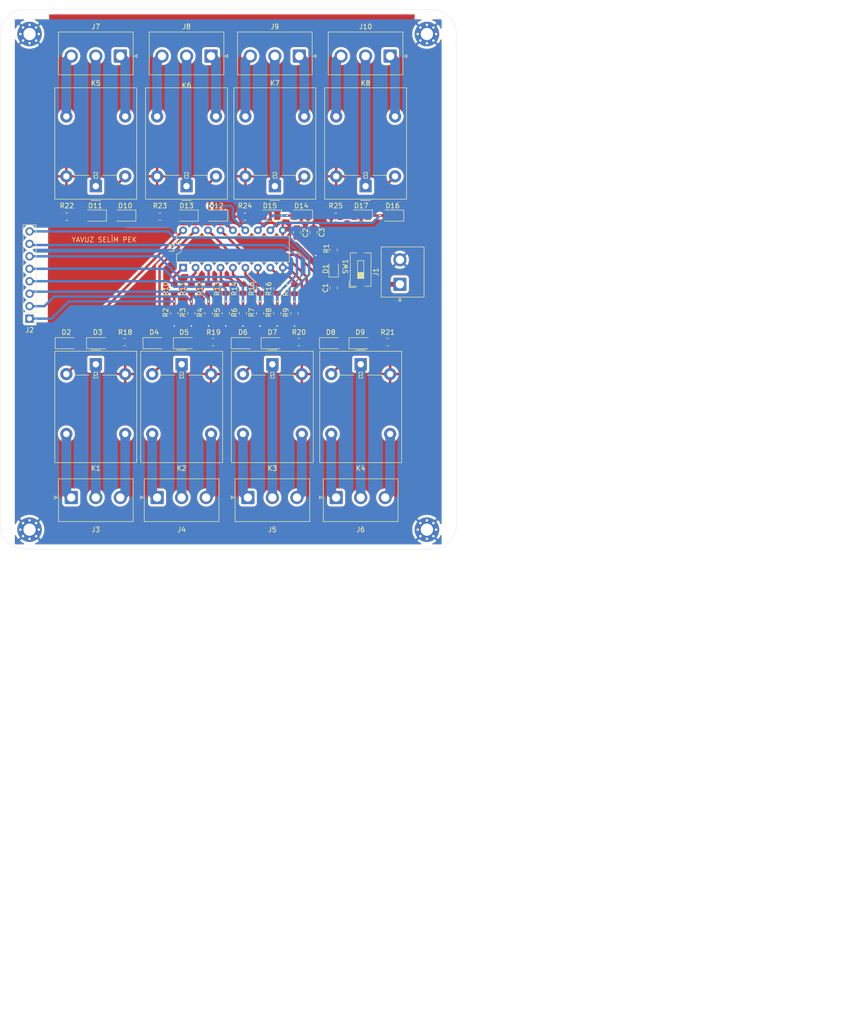
<source format=kicad_pcb>
(kicad_pcb (version 20240108) (generator "pcbnew") (generator_version "8.0")
  (title_block (title "YAVUZ SELİM PEK"))
  (layers (0 "F.Cu" signal) (31 "B.Cu" signal) (34 "B.Paste" user) (35 "F.Paste" user) (36 "B.SilkS" user "B.Silkscreen") (37 "F.SilkS" user "F.Silkscreen") (38 "B.Mask" user) (39 "F.Mask" user) (44 "Edge.Cuts" user))
  (net 0 "")
  (net 1 "GND")
  (net 2 "VCC")
  (net 3 "Net-(D1-A)")
  (net 4 "/O1")
  (net 5 "Net-(D3-A)")
  (net 6 "/O2")
  (net 7 "Net-(D5-A)")
  (net 8 "/O3")
  (net 9 "Net-(D7-A)")
  (net 10 "/O4")
  (net 11 "Net-(D9-A)")
  (net 12 "/O5")
  (net 13 "Net-(D11-A)")
  (net 14 "/O6")
  (net 15 "Net-(D13-A)")
  (net 16 "/O7")
  (net 17 "Net-(D15-A)")
  (net 18 "/O8")
  (net 19 "Net-(D17-A)")
  (net 20 "Net-(J1-Pin_1)")
  (net 21 "Net-(J2-Pin_3)")
  (net 22 "Net-(J2-Pin_7)")
  (net 23 "Net-(J2-Pin_8)")
  (net 24 "Net-(J2-Pin_4)")
  (net 25 "Net-(J2-Pin_5)")
  (net 26 "Net-(J2-Pin_6)")
  (net 27 "Net-(J2-Pin_2)")
  (net 28 "Net-(J2-Pin_1)")
  (net 29 "Net-(J3-Pin_2)")
  (net 30 "Net-(J3-Pin_1)")
  (net 31 "Net-(J3-Pin_3)")
  (net 32 "Net-(J4-Pin_1)")
  (net 33 "Net-(J4-Pin_2)")
  (net 34 "Net-(J4-Pin_3)")
  (net 35 "Net-(J5-Pin_2)")
  (net 36 "Net-(J5-Pin_3)")
  (net 37 "Net-(J5-Pin_1)")
  (net 38 "Net-(J6-Pin_3)")
  (net 39 "Net-(J6-Pin_1)")
  (net 40 "Net-(J6-Pin_2)")
  (net 41 "Net-(J7-Pin_1)")
  (net 42 "Net-(J7-Pin_2)")
  (net 43 "Net-(J7-Pin_3)")
  (net 44 "Net-(J8-Pin_3)")
  (net 45 "Net-(J8-Pin_2)")
  (net 46 "Net-(J8-Pin_1)")
  (net 47 "Net-(J9-Pin_1)")
  (net 48 "Net-(J9-Pin_2)")
  (net 49 "Net-(J9-Pin_3)")
  (net 50 "Net-(J10-Pin_2)")
  (net 51 "Net-(J10-Pin_3)")
  (net 52 "Net-(J10-Pin_1)")
  (net 53 "Net-(U1-I1)")
  (net 54 "Net-(U1-I2)")
  (net 55 "Net-(U1-I3)")
  (net 56 "Net-(U1-I4)")
  (net 57 "Net-(U1-I5)")
  (net 58 "Net-(U1-I6)")
  (net 59 "Net-(U1-I7)")
  (net 60 "Net-(U1-I8)")
  (footprint "Relay_THT:Relay_SPDT_Omron-G5LE-1" (layer "F.Cu") (at 146.5 111.3)
    (property "Reference" "K3")
    (property "Value" "G5LE-1")
  )
  (footprint "Resistor_SMD:R_0805_2012Metric" (layer "F.Cu") (at 137 95.9125 90)
    (property "Reference" "R13")
    (property "Value" "10k")
  )
  (footprint "Resistor_SMD:R_0805_2012Metric" (layer "F.Cu") (at 133.5 100.9125 -90)
    (property "Reference" "R4")
    (property "Value" "10k")
  )
  (footprint "Connector_JST:JST_NV_B02P-NV_1x02_P5.00mm_Vertical" (layer "F.Cu") (at 172.5 95 90)
    (property "Reference" "J1")
    (property "Value" "POWER")
  )
  (footprint "Diode_SMD:D_1206_3216Metric" (layer "F.Cu") (at 116.4 81 180)
    (property "Reference" "D10")
    (property "Value" "D_Small")
  )
  (footprint "Resistor_SMD:R_0805_2012Metric" (layer "F.Cu") (at 140.5 95.9125 90)
    (property "Reference" "R14")
    (property "Value" "10k")
  )
  (footprint "Resistor_SMD:R_0805_2012Metric" (layer "F.Cu") (at 144 100.9125 -90)
    (property "Reference" "R7")
    (property "Value" "10k")
  )
  (footprint "Capacitor_SMD:C_0805_2012Metric" (layer "F.Cu") (at 154.9 84.45 -90)
    (property "Reference" "C3")
    (property "Value" "100nF")
  )
  (footprint "Connector_JST:JST_NV_B03P-NV_1x03_P5.00mm_Vertical" (layer "F.Cu") (at 152 48.5 180)
    (property "Reference" "J9")
    (property "Value" "NC CO NO")
  )
  (footprint "Connector_JST:JST_NV_B03P-NV_1x03_P5.00mm_Vertical" (layer "F.Cu") (at 115.5 48.5 180)
    (property "Reference" "J7")
    (property "Value" "NC CO NO")
  )
  (footprint "Diode_SMD:D_1206_3216Metric" (layer "F.Cu") (at 158.4 107)
    (property "Reference" "D8")
    (property "Value" "D_Small")
  )
  (footprint "Resistor_SMD:R_0805_2012Metric" (layer "F.Cu") (at 140.9125 81.22)
    (property "Reference" "R24")
    (property "Value" "680")
  )
  (footprint "Capacitor_SMD:C_0805_2012Metric" (layer "F.Cu") (at 159 95.7375 90)
    (property "Reference" "C1")
    (property "Value" "100nF")
  )
  (footprint "Relay_THT:Relay_SPDT_Omron-G5LE-1" (layer "F.Cu") (at 110.5 111.3)
    (property "Reference" "K1")
    (property "Value" "G5LE-1")
  )
  (footprint "Relay_THT:Relay_SPDT_Omron-G5LE-1" (layer "F.Cu") (at 164.5 111.3)
    (property "Reference" "K4")
    (property "Value" "G5LE-1")
  )
  (footprint "Relay_THT:Relay_SPDT_Omron-G5LE-1" (layer "F.Cu") (at 110.5 75 180)
    (property "Reference" "K5")
    (property "Value" "G5LE-1")
  )
  (footprint "LED_SMD:LED_0805_2012Metric" (layer "F.Cu") (at 159 91.85 90)
    (property "Reference" "D1")
    (property "Value" "LED")
  )
  (footprint "Diode_SMD:D_1206_3216Metric" (layer "F.Cu") (at 140.4 107)
    (property "Reference" "D6")
    (property "Value" "D_Small")
  )
  (footprint "Resistor_SMD:R_0805_2012Metric" (layer "F.Cu") (at 170 106.78 180)
    (property "Reference" "R21")
    (property "Value" "680")
  )
  (footprint "Button_Switch_SMD:SW_DIP_SPSTx01_Slide_6.7x4.1mm_W6.73mm_P2.54mm_LowProfile_JPin" (layer "F.Cu") (at 164.5 92 90)
    (property "Reference" "SW1")
    (property "Value" "SW_SPST")
  )
  (footprint "Resistor_SMD:R_0805_2012Metric" (layer "F.Cu") (at 140.5 100.9125 -90)
    (property "Reference" "R6")
    (property "Value" "10k")
  )
  (footprint "Resistor_SMD:R_0805_2012Metric" (layer "F.Cu") (at 144 95.9125 90)
    (property "Reference" "R15")
    (property "Value" "10k")
  )
  (footprint "Relay_THT:Relay_SPDT_Omron-G5LE-1" (layer "F.Cu") (at 128 111.3)
    (property "Reference" "K2")
    (property "Value" "G5LE-1")
  )
  (footprint "Connector_JST:JST_NV_B03P-NV_1x03_P5.00mm_Vertical" (layer "F.Cu") (at 134 48.5 180)
    (property "Reference" "J8")
    (property "Value" "NC CO NO")
  )
  (footprint "LED_SMD:LED_1206_3216Metric" (layer "F.Cu") (at 129.1 81 180)
    (property "Reference" "D13")
    (property "Value" "LED")
  )
  (footprint "Capacitor_SMD:C_0805_2012Metric" (layer "F.Cu") (at 151.5 84.45 -90)
    (property "Reference" "C2")
    (property "Value" "100nF")
  )
  (footprint "MountingHole:MountingHole_2.5mm_Pad_Via" (layer "F.Cu") (at 178 145 90)
    (property "Reference" "H2" (hide yes))
    (property "Value" "MountingHole_Pad")
  )
  (footprint "Resistor_SMD:R_0805_2012Metric" (layer "F.Cu") (at 126.5 100.9125 -90)
    (property "Reference" "R2")
    (property "Value" "10k")
  )
  (footprint "MountingHole:MountingHole_2.5mm_Pad_Via" (layer "F.Cu") (at 178 44 90)
    (property "Reference" "H4" (hide yes))
    (property "Value" "MountingHole_Pad")
  )
  (footprint "Resistor_SMD:R_0805_2012Metric" (layer "F.Cu") (at 137 100.9125 -90)
    (property "Reference" "R5")
    (property "Value" "10k")
  )
  (footprint "Package_DIP:DIP-18_W7.62mm" (layer "F.Cu") (at 128.3 91.62 90)
    (property "Reference" "U1")
    (property "Value" "ULN2803A")
  )
  (footprint "Resistor_SMD:R_0805_2012Metric" (layer "F.Cu") (at 134.4125 106.78 180)
    (property "Reference" "R19")
    (property "Value" "680")
  )
  (footprint "LED_SMD:LED_1206_3216Metric" (layer "F.Cu") (at 110.4 81 180)
    (property "Reference" "D11")
    (property "Value" "LED")
  )
  (footprint "Connector_JST:JST_NV_B03P-NV_1x03_P5.00mm_Vertical" (layer "F.Cu") (at 170.5 48.5 180)
    (property "Reference" "J10")
    (property "Value" "NC CO NO")
  )
  (footprint "Resistor_SMD:R_0805_2012Metric" (layer "F.Cu") (at 130 100.9125 -90)
    (property "Reference" "R3")
    (property "Value" "10k")
  )
  (footprint "MountingHole:MountingHole_2.5mm_Pad_Via" (layer "F.Cu") (at 97 145 90)
    (property "Reference" "H1" (hide yes))
    (property "Value" "MountingHole_Pad")
  )
  (footprint "LED_SMD:LED_1206_3216Metric" (layer "F.Cu") (at 164.6 81 180)
    (property "Reference" "D17")
    (property "Value" "LED")
  )
  (footprint "Connector_JST:JST_NV_B03P-NV_1x03_P5.00mm_Vertical" (layer "F.Cu") (at 141.5 138.45)
    (property "Reference" "J5")
    (property "Value" "NC CO NO")
  )
  (footprint "Resistor_SMD:R_0805_2012Metric" (layer "F.Cu") (at 126.5 95.9125 90)
    (property "Reference" "R10")
    (property "Value" "10k")
  )
  (footprint "Diode_SMD:D_1206_3216Metric" (layer "F.Cu") (at 171 81 180)
    (property "Reference" "D16")
    (property "Value" "D_Small")
  )
  (footprint "Resistor_SMD:R_0805_2012Metric" (layer "F.Cu") (at 147.5 95.9125 90)
    (property "Reference" "R16")
    (property "Value" "10k")
  )
  (footprint "Diode_SMD:D_1206_3216Metric" (layer "F.Cu") (at 152.4 81 180)
    (property "Reference" "D14")
    (property "Value" "D_Small")
  )
  (footprint "Connector_JST:JST_NV_B03P-NV_1x03_P5.00mm_Vertical" (layer "F.Cu") (at 105.5 138.45)
    (property "Reference" "J3")
    (property "Value" "NC CO NO")
  )
  (footprint "Diode_SMD:D_1206_3216Metric" (layer "F.Cu") (at 104.5 107)
    (property "Reference" "D2")
    (property "Value" "D_Small")
  )
  (footprint "MountingHole:MountingHole_2.5mm_Pad_Via" (layer "F.Cu") (at 97 44 90)
    (property "Reference" "H3" (hide yes))
    (property "Value" "MountingHole_Pad")
  )
  (footprint "Resistor_SMD:R_0805_2012Metric" (layer "F.Cu") (at 104.5875 81.22)
    (property "Reference" "R22")
    (property "Value" "680")
  )
  (footprint "LED_SMD:LED_1206_3216Metric" (layer "F.Cu") (at 146.5 107)
    (property "Reference" "D7")
    (property "Value" "LED")
  )
  (footprint "LED_SMD:LED_1206_3216Metric" (layer "F.Cu") (at 146.1 81 180)
    (property "Reference" "D15")
    (property "Value" "LED")
  )
  (footprint "Resistor_SMD:R_0805_2012Metric" (layer "F.Cu") (at 130 95.9125 90)
    (property "Reference" "R11")
    (property "Value" "10k")
  )
  (footprint "Relay_THT:Relay_SPDT_Omron-G5LE-1" (layer "F.Cu") (at 147 75 180)
    (property "Reference" "K7")
    (property "Value" "G5LE-1")
  )
  (footprint "Resistor_SMD:R_0805_2012Metric" (layer "F.Cu") (at 159.4125 81.22)
    (property "Reference" "R25")
    (property "Value" "680")
  )
  (footprint "Relay_THT:Relay_SPDT_Omron-G5LE-1" (layer "F.Cu") (at 129 75 180)
    (property "Reference" "K6")
    (property "Value" "G5LE-1")
  )
  (footprint "LED_SMD:LED_1206_3216Metric" (layer "F.Cu") (at 110.9 107)
    (property "Reference" "D3")
    (property "Value" "LED")
  )
  (footprint "LED_SMD:LED_1206_3216Metric" (layer "F.Cu") (at 128.6 107)
    (property "Reference" "D5")
    (property "Value" "LED")
  )
  (footprint "Resistor_SMD:R_0805_2012Metric" (layer "F.Cu") (at 133.5 95.9125 90)
    (property "Reference" "R12")
    (property "Value" "10k")
  )
  (footprint "Resistor_SMD:R_0805_2012Metric" (layer "F.Cu") (at 151 96 90)
    (property "Reference" "R17")
    (property "Value" "10k")
  )
  (footprint "Resistor_SMD:R_0805_2012Metric" (layer "F.Cu") (at 123.5875 81.22)
    (property "Reference" "R23")
    (property "Value" "680")
  )
  (footprint "Resistor_SMD:R_0805_2012Metric" (layer "F.Cu") (at 116.4125 106.78 180)
    (property "Reference" "R18")
    (property "Value" "680")
  )
  (footprint "Relay_THT:Relay_SPDT_Omron-G5LE-1" (layer "F.Cu") (at 165.5 75 180)
    (property "Reference" "K8")
    (property "Value" "G5LE-1")
  )
  (footprint "Diode_SMD:D_1206_3216Metric" (layer "F.Cu") (at 122.4 107)
    (property "Reference" "D4")
    (property "Value" "D_Small")
  )
  (footprint "Connector_JST:JST_NV_B03P-NV_1x03_P5.00mm_Vertical" (layer "F.Cu") (at 123 138.45)
    (property "Reference" "J4")
    (property "Value" "NC CO NO")
  )
  (footprint "Resistor_SMD:R_0805_2012Metric" (layer "F.Cu") (at 147.5 100.9125 -90)
    (property "Reference" "R8")
    (property "Value" "10k")
  )
  (footprint "Connector_JST:JST_NV_B03P-NV_1x03_P5.00mm_Vertical" (layer "F.Cu") (at 159.5 138.45)
    (property "Reference" "J6")
    (property "Value" "NC CO NO")
  )
  (footprint "Diode_SMD:D_1206_3216Metric" (layer "F.Cu") (at 135.1 81 180)
    (property "Reference" "D12")
    (property "Value" "D_Small")
  )
  (footprint "Resistor_SMD:R_0805_2012Metric" (layer "F.Cu") (at 151.9125 106.78 180)
    (property "Reference" "R20")
    (property "Value" "680")
  )
  (footprint "Connector_PinHeader_2.54mm:PinHeader_1x08_P2.54mm_Vertical" (layer "F.Cu") (at 97 102 180)
    (property "Reference" "J2")
    (property "Value" "INPUTS")
  )
  (footprint "Resistor_SMD:R_0805_2012Metric" (layer "F.Cu") (at 151 100.9125 -90)
    (property "Reference" "R9")
    (property "Value" "10k")
  )
  (footprint "Resistor_SMD:R_0805_2012Metric" (layer "F.Cu") (at 159 88 -90)
    (property "Reference" "R1")
    (property "Value" "680")
  )
  (footprint "LED_SMD:LED_1206_3216Metric" (layer "F.Cu") (at 164.4 107)
    (property "Reference" "D9")
    (property "Value" "LED")
  )
  (gr_line (start 96 39) (end 179 39) (stroke (width 0.05)) (layer "Edge.Cuts"))
  (gr_arc (start 91 44) (mid 92.464466 40.464466) (end 96 39) (stroke (width 0.05)) (layer "Edge.Cuts"))
  (gr_line (start 184 44) (end 184 144) (stroke (width 0.05)) (layer "Edge.Cuts"))
  (gr_line (start 91 144) (end 91 44) (stroke (width 0.05)) (layer "Edge.Cuts"))
  (gr_arc (start 179 39) (mid 182.535534 40.464466) (end 184 44) (stroke (width 0.05)) (layer "Edge.Cuts"))
  (gr_line (start 179 149) (end 96 149) (stroke (width 0.05)) (layer "Edge.Cuts"))
  (gr_arc (start 96 149) (mid 92.464466 147.535534) (end 91 144) (stroke (width 0.05)) (layer "Edge.Cuts"))
  (gr_arc (start 184 144) (mid 182.535534 147.535534) (end 179 149) (stroke (width 0.05)) (layer "Edge.Cuts"))
  (gr_text "YAVUZ SELİM PEK" (at 105.5 86.5 0) (layer "F.SilkS") (effects (font (size 1 1) (thickness 0.125)) (justify left bottom)))
  (segment (start 126.5 101.825) (end 126.5 103.5) (width 0.5) (layer "F.Cu") (net 1))
  (segment (start 148.62 91.62) (end 149.75137 91.62) (width 0.5) (layer "F.Cu") (net 1))
  (segment (start 151 101.825) (end 151 103.5) (width 0.5) (layer "F.Cu") (net 1))
  (segment (start 152.5 103) (end 152 103.5) (width 0.5) (layer "F.Cu") (net 1))
  (segment (start 137 101.825) (end 137 103.5) (width 0.5) (layer "F.Cu") (net 1))
  (segment (start 130 101.825) (end 130 103.5) (width 0.5) (layer "F.Cu") (net 1))
  (segment (start 140.5 101.825) (end 140.5 103.5) (width 0.5) (layer "F.Cu") (net 1))
  (segment (start 159 92.7875) (end 155.35625 89.14375) (width 0.5) (layer "F.Cu") (net 1))
  (segment (start 133.5 101.825) (end 133.5 103.5) (width 0.5) (layer "F.Cu") (net 1))
  (segment (start 151.6125 85.4) (end 151.5 85.4) (width 0.5) (layer "F.Cu") (net 1))
  (segment (start 159 94.7875) (end 159 92.7875) (width 0.5) (layer "F.Cu") (net 1))
  (segment (start 152.5 94.36863) (end 152.5 103) (width 0.5) (layer "F.Cu") (net 1))
  (segment (start 147.5 101.825) (end 147.5 103.5) (width 0.5) (layer "F.Cu") (net 1))
  (segment (start 152 103.5) (end 151 103.5) (width 0.5) (layer "F.Cu") (net 1))
  (segment (start 155.35625 89.14375) (end 151.6125 85.4) (width 0.5) (layer "F.Cu") (net 1))
  (segment (start 155.5 89) (end 155.35625 89.14375) (width 0.5) (layer "F.Cu") (net 1))
  (segment (start 149.75137 91.62) (end 152.5 94.36863) (width 0.5) (layer "F.Cu") (net 1))
  (segment (start 154.9 85.4) (end 155.5 86) (width 0.5) (layer "F.Cu") (net 1))
  (segment (start 155.5 86) (end 155.5 89) (width 0.5) (layer "F.Cu") (net 1))
  (segment (start 144 101.825) (end 144 103.5) (width 0.5) (layer "F.Cu") (net 1))
  (via (at 130 103.5) (size 0.6) (drill 0.3) (layers "F.Cu" "B.Cu") (net 1))
  (via (at 151 103.5) (size 0.6) (drill 0.3) (layers "F.Cu" "B.Cu") (net 1))
  (via (at 155.35625 89.14375) (size 0.6) (drill 0.3) (layers "F.Cu" "B.Cu") (net 1))
  (via (at 147.5 103.5) (size 0.6) (drill 0.3) (layers "F.Cu" "B.Cu") (net 1))
  (via (at 140.5 103.5) (size 0.6) (drill 0.3) (layers "F.Cu" "B.Cu") (net 1))
  (via (at 133.5 103.5) (size 0.6) (drill 0.3) (layers "F.Cu" "B.Cu") (net 1))
  (via (at 137 103.5) (size 0.6) (drill 0.3) (layers "F.Cu" "B.Cu") (net 1))
  (via (at 144 103.5) (size 0.6) (drill 0.3) (layers "F.Cu" "B.Cu") (net 1))
  (via (at 126.5 103.5) (size 0.6) (drill 0.3) (layers "F.Cu" "B.Cu") (net 1))
  (segment (start 151.5 83.5) (end 149.12 83.5) (width 0.5) (layer "F.Cu") (net 2))
  (segment (start 104.5 73) (end 104.5 73.5) (width 0.2) (layer "F.Cu") (net 2))
  (segment (start 151.5 83.5) (end 154.9 83.5) (width 0.5) (layer "F.Cu") (net 2))
  (segment (start 170.5 109.5) (end 170.9125 109.0875) (width 0.5) (layer "F.Cu") (net 2))
  (segment (start 170.9125 109.0875) (end 170.9125 106.78) (width 0.5) (layer "F.Cu") (net 2))
  (segment (start 170.5 113.3) (end 170.5 109.5) (width 0.5) (layer "F.Cu") (net 2))
  (segment (start 149.12 83.5) (end 148.62 84) (width 0.5) (layer "F.Cu") (net 2))
  (segment (start 159 90.9125) (end 159 88.9125) (width 0.5) (layer "F.Cu") (net 3))
  (segment (start 105.9 111.9) (end 104.5 113.3) (width 0.5) (layer "F.Cu") (net 4))
  (segment (start 105.9 107) (end 105.9 111.9) (width 0.5) (layer "F.Cu") (net 4))
  (segment (start 105.9 107) (end 109.5 107) (width 0.5) (layer "F.Cu") (net 4))
  (segment (start 109.5 102.8) (end 109.5 107) (width 0.5) (layer "F.Cu") (net 4))
  (segment (start 128.3 84) (end 109.5 102.8) (width 0.5) (layer "F.Cu") (net 4))
  (segment (start 112.3 107) (end 115.28 107) (width 0.5) (layer "F.Cu") (net 5))
  (segment (start 115.28 107) (end 115.5 106.78) (width 0.5) (layer "F.Cu") (net 5))
  (segment (start 123.8 107) (end 127.2 107) (width 0.5) (layer "F.Cu") (net 6))
  (segment (start 130.84 84) (end 123.5 91.34) (width 0.5) (layer "F.Cu") (net 6))
  (segment (start 123.5 91.34) (end 123.5 106.7) (width 0.5) (layer "F.Cu") (net 6))
  (segment (start 123.8 111.5) (end 122 113.3) (width 0.5) (layer "F.Cu") (net 6))
  (segment (start 123.5 106.7) (end 123.8 107) (width 0.5) (layer "F.Cu") (net 6))
  (segment (start 123.8 107) (end 123.8 111.5) (width 0.5) (layer "F.Cu") (net 6))
  (segment (start 130 107) (end 133.28 107) (width 0.5) (layer "F.Cu") (net 7))
  (segment (start 133.28 107) (end 133.5 106.78) (width 0.5) (layer "F.Cu") (net 7))
  (segment (start 153.5 93.5) (end 153.5 104.5) (width 0.5) (layer "F.Cu") (net 8))
  (segment (start 153 105) (end 146 105) (width 0.5) (layer "F.Cu") (net 8))
  (segment (start 150 90) (end 153.5 93.5) (width 0.5) (layer "F.Cu") (net 8))
  (segment (start 141.8 112) (end 140.5 113.3) (width 0.5) (layer "F.Cu") (net 8))
  (segment (start 145.1 105.9) (end 145.1 107) (width 0.5) (layer "F.Cu") (net 8))
  (segment (start 133.38 84) (end 139.38 90) (width 0.5) (layer "F.Cu") (net 8))
  (segment (start 146 105) (end 145.1 105.9) (width 0.5) (layer "F.Cu") (net 8))
  (segment (start 141.8 107) (end 141.8 112) (width 0.5) (layer "F.Cu") (net 8))
  (segment (start 153.5 104.5) (end 153 105) (width 0.5) (layer "F.Cu") (net 8))
  (segment (start 139.38 90) (end 150 90) (width 0.5) (layer "F.Cu") (net 8))
  (segment (start 141.8 107) (end 145.1 107) (width 0.5) (layer "F.Cu") (net 8))
  (segment (start 150.78 107) (end 151 106.78) (width 0.5) (layer "F.Cu") (net 9))
  (segment (start 147.9 107) (end 150.78 107) (width 0.5) (layer "F.Cu") (net 9))
  (segment (start 155 100) (end 159.8 104.8) (width 0.5) (layer "F.Cu") (net 10))
  (segment (start 159.8 107) (end 163 107) (width 0.5) (layer "F.Cu") (net 10))
  (segment (start 140.92 89) (end 151.5 89) (width 0.5) (layer "F.Cu") (net 10))
  (segment (start 155 92.5) (end 155 100) (width 0.5) (layer "F.Cu") (net 10))
  (segment (start 151.5 89) (end 155 92.5) (width 0.5) (layer "F.Cu") (net 10))
  (segment (start 159.8 112) (end 158.5 113.3) (width 0.5) (layer "F.Cu") (net 10))
  (segment (start 159.8 107) (end 159.8 112) (width 0.5) (layer "F.Cu") (net 10))
  (segment (start 159.8 104.8) (end 159.8 107) (width 0.5) (layer "F.Cu") (net 10))
  (segment (start 135.92 84) (end 140.92 89) (width 0.5) (layer "F.Cu") (net 10))
  (segment (start 168.8675 107) (end 169.0875 106.78) (width 0.5) (layer "F.Cu") (net 11))
  (segment (start 165.8 107) (end 168.8675 107) (width 0.5) (layer "F.Cu") (net 11))
  (segment (start 115 74.5) (end 116.5 73) (width 0.5) (layer "F.Cu") (net 12))
  (segment (start 115 81) (end 115 74.5) (width 0.5) (layer "F.Cu") (net 12))
  (segment (start 116.75 82.75) (end 115 81) (width 0.5) (layer "F.Cu") (net 12))
  (segment (start 137.21 82.75) (end 116.75 82.75) (width 0.5) (layer "F.Cu") (net 12))
  (segment (start 111.8 81) (end 115 81) (width 0.5) (layer "F.Cu") (net 12))
  (segment (start 117 73) (end 116.5 73) (width 0.5) (layer "F.Cu") (net 12))
  (segment (start 138.46 84) (end 137.21 82.75) (width 0.5) (layer "F.Cu") (net 12))
  (segment (start 108.78 81.22) (end 109 81) (width 0.5) (layer "F.Cu") (net 13))
  (segment (start 105.5 81.22) (end 108.78 81.22) (width 0.5) (layer "F.Cu") (net 13))
  (segment (start 133.7 74.3) (end 135 73) (width 0.5) (layer "F.Cu") (net 14))
  (segment (start 133.7 79) (end 133.7 74.3) (width 0.5) (layer "F.Cu") (net 14))
  (segment (start 130.5 81) (end 133.7 81) (width 0.5) (layer "F.Cu") (net 14))
  (segment (start 133.7 81) (end 133.7 79) (width 0.5) (layer "F.Cu") (net 14))
  (via (at 133.7 79) (size 0.6) (drill 0.3) (layers "F.Cu" "B.Cu") (net 14))
  (segment (start 138 79) (end 133.7 79) (width 0.5) (layer "B.Cu") (net 14))
  (segment (start 138.5 79.5) (end 138 79) (width 0.5) (layer "B.Cu") (net 14))
  (segment (start 138.5 81.5) (end 138.5 79.5) (width 0.5) (layer "B.Cu") (net 14))
  (segment (start 141 84) (end 138.5 81.5) (width 0.5) (layer "B.Cu") (net 14))
  (segment (start 124.5 81.22) (end 127.48 81.22) (width 0.5) (layer "F.Cu") (net 15))
  (segment (start 127.48 81.22) (end 127.7 81) (width 0.5) (layer "F.Cu") (net 15))
  (segment (start 151 75) (end 153 73) (width 0.5) (layer "F.Cu") (net 16))
  (segment (start 147.5 81) (end 149.5 81) (width 0.5) (layer "F.Cu") (net 16))
  (segment (start 149.5 81) (end 151 81) (width 0.5) (layer "F.Cu") (net 16))
  (segment (start 151 81) (end 151 75) (width 0.5) (layer "F.Cu") (net 16))
  (via (at 149.5 81) (size 0.6) (drill 0.3) (layers "F.Cu" "B.Cu") (net 16))
  (segment (start 143.54 84) (end 146.54 81) (width 0.5) (layer "B.Cu") (net 16))
  (segment (start 146.54 81) (end 149.5 81) (width 0.5) (layer "B.Cu") (net 16))
  (segment (start 144.48 81.22) (end 144.7 81) (width 0.5) (layer "F.Cu") (net 17))
  (segment (start 141.825 81.22) (end 144.48 81.22) (width 0.5) (layer "F.Cu") (net 17))
  (segment (start 169.6 81) (end 169.6 74.9) (width 0.5) (layer "F.Cu") (net 18))
  (segment (start 169.6 74.9) (end 171.5 73) (width 0.5) (layer "F.Cu") (net 18))
  (segment (start 166 81) (end 169.6 81) (width 0.5) (layer "F.Cu") (net 18))
  (via (at 168.4 81) (size 0.6) (drill 0.3) (layers "F.Cu" "B.Cu") (net 18))
  (segment (start 147.58 82.5) (end 166.9 82.5) (width 0.5) (layer "B.Cu") (net 18))
  (segment (start 146.08 84) (end 147.58 82.5) (width 0.5) (layer "B.Cu") (net 18))
  (segment (start 166.9 82.5) (end 168.4 81) (width 0.5) (layer "B.Cu") (net 18))
  (segment (start 162.98 81.22) (end 163.2 81) (width 0.5) (layer "F.Cu") (net 19))
  (segment (start 160.325 81.22) (end 162.98 81.22) (width 0.5) (layer "F.Cu") (net 19))
  (segment (start 164.865 95) (end 164.5 95.365) (width 1) (layer "F.Cu") (net 20))
  (segment (start 172.5 95) (end 164.865 95) (width 1) (layer "F.Cu") (net 20))
  (segment (start 133.5 98.5) (end 133.5 100) (width 0.5) (layer "F.Cu") (net 21))
  (segment (start 133.5 96.825) (end 133.5 98.5) (width 0.5) (layer "F.Cu") (net 21))
  (via (at 133.5 98.5) (size 0.6) (drill 0.3) (layers "F.Cu" "B.Cu") (net 21))
  (segment (start 133.5 98) (end 133.5 98.5) (width 0.5) (layer "B.Cu") (net 21))
  (segment (start 97.42 96.5) (end 132 96.5) (width 0.5) (layer "B.Cu") (net 21))
  (segment (start 97 96.92) (end 97.42 96.5) (width 0.5) (layer "B.Cu") (net 21))
  (segment (start 132 96.5) (end 133.5 98) (width 0.5) (layer "B.Cu") (net 21))
  (segment (start 147.5 98.5) (end 147.5 100) (width 0.5) (layer "F.Cu") (net 22))
  (segment (start 147.5 96.825) (end 147.5 98.5) (width 0.5) (layer "F.Cu") (net 22))
  (via (at 147.5 98.5) (size 0.6) (drill 0.3) (layers "F.Cu" "B.Cu") (net 22))
  (segment (start 151.5 93) (end 151.5 89.5) (width 0.5) (layer "B.Cu") (net 22))
  (segment (start 147.5 98.5) (end 147.5 97) (width 0.5) (layer "B.Cu") (net 22))
  (segment (start 97.24 87) (end 97 86.76) (width 0.5) (layer "B.Cu") (net 22))
  (segment (start 149 87) (end 97.24 87) (width 0.5) (layer "B.Cu") (net 22))
  (segment (start 147.5 97) (end 151.5 93) (width 0.5) (layer "B.Cu") (net 22))
  (segment (start 151.5 89.5) (end 149 87) (width 0.5) (layer "B.Cu") (net 22))
  (segment (start 151 98.5) (end 151 100) (width 0.5) (layer "F.Cu") (net 23))
  (segment (start 151 96.9125) (end 151 98.5) (width 0.5) (layer "F.Cu") (net 23))
  (via (at 151 98.5) (size 0.6) (drill 0.3) (layers "F.Cu" "B.Cu") (net 23))
  (segment (start 150 85.5) (end 154 89.5) (width 0.5) (layer "B.Cu") (net 23))
  (segment (start 154 93) (end 151 96) (width 0.5) (layer "B.Cu") (net 23))
  (segment (start 97 84.22) (end 125.22 84.22) (width 0.5) (layer "B.Cu") (net 23))
  (segment (start 154 89.5) (end 154 93) (width 0.5) (layer "B.Cu") (net 23))
  (segment (start 126.5 85.5) (end 150 85.5) (width 0.5) (layer "B.Cu") (net 23))
  (segment (start 151 96) (end 151 98.5) (width 0.5) (layer "B.Cu") (net 23))
  (segment (start 125.22 84.22) (end 126.5 85.5) (width 0.5) (layer "B.Cu") (net 23))
  (segment (start 137 96.825) (end 137 98.5) (width 0.5) (layer "F.Cu") (net 24))
  (segment (start 137 98.5) (end 137 100) (width 0.5) (layer "F.Cu") (net 24))
  (via (at 137 98.5) (size 0.6) (drill 0.3) (layers "F.Cu" "B.Cu") (net 24))
  (segment (start 126.5 95.5) (end 136.5 95.5) (width 0.5) (layer "B.Cu") (net 24))
  (segment (start 125.38 94.38) (end 126.5 95.5) (width 0.5) (layer "B.Cu") (net 24))
  (segment (start 136.5 95.5) (end 137 96) (width 0.5) (layer "B.Cu") (net 24))
  (segment (start 97 94.38) (end 125.38 94.38) (width 0.5) (layer "B.Cu") (net 24))
  (segment (start 137 96) (end 137 98.5) (width 0.5) (layer "B.Cu") (net 24))
  (segment (start 140.5 96.825) (end 140.5 98.5) (width 0.5) (layer "F.Cu") (net 25))
  (segment (start 140.5 98.5) (end 140.5 100) (width 0.5) (layer "F.Cu") (net 25))
  (via (at 140.5 98.5) (size 0.6) (drill 0.3) (layers "F.Cu" "B.Cu") (net 25))
  (segment (start 124.34 91.84) (end 127 94.5) (width 0.5) (layer "B.Cu") (net 25))
  (segment (start 97 91.84) (end 124.34 91.84) (width 0.5) (layer "B.Cu") (net 25))
  (segment (start 127 94.5) (end 139.5 94.5) (width 0.5) (layer "B.Cu") (net 25))
  (segment (start 140.5 95.5) (end 140.5 98.5) (width 0.5) (layer "B.Cu") (net 25))
  (segment (start 139.5 94.5) (end 140.5 95.5) (width 0.5) (layer "B.Cu") (net 25))
  (segment (start 144 96.825) (end 144 98.5) (width 0.5) (layer "F.Cu") (net 26))
  (segment (start 144 98.5) (end 144 100) (width 0.5) (layer "F.Cu") (net 26))
  (via (at 144 98.5) (size 0.6) (drill 0.3) (layers "F.Cu" "B.Cu") (net 26))
  (segment (start 144 96.5) (end 144 98.5) (width 0.5) (layer "B.Cu") (net 26))
  (segment (start 123.3 89.3) (end 127.5 93.5) (width 0.5) (layer "B.Cu") (net 26))
  (segment (start 127.5 93.5) (end 141 93.5) (width 0.5) (layer "B.Cu") (net 26))
  (segment (start 141 93.5) (end 144 96.5) (width 0.5) (layer "B.Cu") (net 26))
  (segment (start 97 89.3) (end 123.3 89.3) (width 0.5) (layer "B.Cu") (net 26))
  (segment (start 130 96.825) (end 130 98.5) (width 0.5) (layer "F.Cu") (net 27))
  (segment (start 130 98.5) (end 130 100) (width 0.5) (layer "F.Cu") (net 27))
  (via (at 130 98.5) (size 0.6) (drill 0.3) (layers "F.Cu" "B.Cu") (net 27))
  (segment (start 129 97.5) (end 130 98.5) (width 0.5) (layer "B.Cu") (net 27))
  (segment (start 102 97.5) (end 129 97.5) (width 0.5) (layer "B.Cu") (net 27))
  (segment (start 100.04 99.46) (end 102 97.5) (width 0.5) (layer "B.Cu") (net 27))
  (segment (start 97 99.46) (end 100.04 99.46) (width 0.5) (layer "B.Cu") (net 27))
  (segment (start 126.5 98.5) (end 126.5 100) (width 0.5) (layer "F.Cu") (net 28))
  (segment (start 126.5 96.825) (end 126.5 98.5) (width 0.5) (layer "F.Cu") (net 28))
  (via (at 126.5 98.5) (size 0.6) (drill 0.3) (layers "F.Cu" "B.Cu") (net 28))
  (segment (start 101.5 102) (end 105 98.5) (width 0.5) (layer "B.Cu") (net 28))
  (segment (start 105 98.5) (end 126.5 98.5) (width 0.5) (layer "B.Cu") (net 28))
  (segment (start 97 102) (end 101.5 102) (width 0.5) (layer "B.Cu") (net 28))
  (segment (start 110.5 111.3) (end 110.5 138.45) (width 2) (layer "B.Cu") (net 29))
  (segment (start 104.5 125.5) (end 104.5 137.45) (width 2) (layer "B.Cu") (net 30))
  (segment (start 104.5 137.45) (end 105.5 138.45) (width 2) (layer "B.Cu") (net 30))
  (segment (start 116.5 125.5) (end 116.5 137.45) (width 2) (layer "B.Cu") (net 31))
  (segment (start 116.5 137.45) (end 115.5 138.45) (width 2) (layer "B.Cu") (net 31))
  (segment (start 122 125.5) (end 122 137.45) (width 2) (layer "B.Cu") (net 32))
  (segment (start 122 137.45) (end 123 138.45) (width 2) (layer "B.Cu") (net 32))
  (segment (start 128 111.3) (end 128 138.45) (width 2) (layer "B.Cu") (net 33))
  (segment (start 134 125.5) (end 134 137.45) (width 2) (layer "B.Cu") (net 34))
  (segment (start 134 137.45) (end 133 138.45) (width 2) (layer "B.Cu") (net 34))
  (segment (start 146.5 111.3) (end 146.5 138.45) (width 2) (layer "B.Cu") (net 35))
  (segment (start 152.5 125.5) (end 152.5 137.45) (width 2) (layer "B.Cu") (net 36))
  (segment (start 152.5 137.45) (end 151.5 138.45) (width 2) (layer "B.Cu") (net 36))
  (segment (start 140.5 137.45) (end 141.5 138.45) (width 2) (layer "B.Cu") (net 37))
  (segment (start 140.5 125.5) (end 140.5 137.45) (width 2) (layer "B.Cu") (net 37))
  (segment (start 170.5 125.5) (end 170.5 137.45) (width 2) (layer "B.Cu") (net 38))
  (segment (start 170.5 137.45) (end 169.5 138.45) (width 2) (layer "B.Cu") (net 38))
  (segment (start 158.5 137.45) (end 159.5 138.45) (width 2) (layer "B.Cu") (net 39))
  (segment (start 158.5 125.5) (end 158.5 137.45) (width 2) (layer "B.Cu") (net 39))
  (segment (start 164.5 111.3) (end 164.5 138.45) (width 2) (layer "B.Cu") (net 40))
  (segment (start 116.5 60.8) (end 116.5 49.5) (width 2) (layer "B.Cu") (net 41))
  (segment (start 116.5 49.5) (end 115.5 48.5) (width 2) (layer "B.Cu") (net 41))
  (segment (start 110.5 75) (end 110.5 48.5) (width 2) (layer "B.Cu") (net 42))
  (segment (start 104.5 60.8) (end 104.5 49.5) (width 2) (layer "B.Cu") (net 43))
  (segment (start 104.5 49.5) (end 105.5 48.5) (width 2) (layer "B.Cu") (net 43))
  (segment (start 123 60.8) (end 123 49.5) (width 2) (layer "B.Cu") (net 44))
  (segment (start 123 49.5) (end 124 48.5) (width 2) (layer "B.Cu") (net 44))
  (segment (start 129 75) (end 129 48.5) (width 2) (layer "B.Cu") (net 45))
  (segment (start 135 49.5) (end 134 48.5) (width 2) (layer "B.Cu") (net 46))
  (segment (start 135 60.8) (end 135 49.5) (width 2) (layer "B.Cu") (net 46))
  (segment (start 153 60.8) (end 153 49.5) (width 2) (layer "B.Cu") (net 47))
  (segment (start 153 49.5) (end 152 48.5) (width 2) (layer "B.Cu") (net 47))
  (segment (start 147 75) (end 147 48.5) (width 2) (layer "B.Cu") (net 48))
  (segment (start 141 60.8) (end 141 49.5) (width 2) (layer "B.Cu") (net 49))
  (segment (start 141 49.5) (end 142 48.5) (width 2) (layer "B.Cu") (net 49))
  (segment (start 165.5 75) (end 165.5 48.5) (width 2) (layer "B.Cu") (net 50))
  (segment (start 159.5 60.8) (end 159.5 49.5) (width 2) (layer "B.Cu") (net 51))
  (segment (start 159.5 49.5) (end 160.5 48.5) (width 2) (layer "B.Cu") (net 51))
  (segment (start 171.5 60.8) (end 171.5 49.5) (width 2) (layer "B.Cu") (net 52))
  (segment (start 171.5 49.5) (end 170.5 48.5) (width 2) (layer "B.Cu") (net 52))
  (segment (start 126.5 93.42) (end 128.3 91.62) (width 0.5) (layer "F.Cu") (net 53))
  (segment (start 126.5 95) (end 126.5 93.42) (width 0.5) (layer "F.Cu") (net 53))
  (segment (start 130 95) (end 130 93.5) (width 0.5) (layer "F.Cu") (net 54))
  (segment (start 130.84 92.66) (end 130.84 91.62) (width 0.5) (layer "F.Cu") (net 54))
  (segment (start 130 93.5) (end 130.84 92.66) (width 0.5) (layer "F.Cu") (net 54))
  (segment (start 133.5 95) (end 133.5 91.74) (width 0.5) (layer "F.Cu") (net 55))
  (segment (start 133.5 91.74) (end 133.38 91.62) (width 0.5) (layer "F.Cu") (net 55))
  (segment (start 136 91.7) (end 135.92 91.62) (width 0.5) (layer "F.Cu") (net 56))
  (segment (start 136 94) (end 136 91.7) (width 0.5) (layer "F.Cu") (net 56))
  (segment (start 137 95) (end 136 94) (width 0.5) (layer "F.Cu") (net 56))
  (segment (start 140.5 95) (end 138.46 92.96) (width 0.5) (layer "F.Cu") (net 57))
  (segment (start 138.46 92.96) (end 138.46 91.62) (width 0.5) (layer "F.Cu") (net 57))
  (segment (start 144 95) (end 143 95) (width 0.5) (layer "F.Cu") (net 58))
  (segment (start 143 95) (end 141 93) (width 0.5) (layer "F.Cu") (net 58))
  (segment (start 141 93) (end 141 91.62) (width 0.5) (layer "F.Cu") (net 58))
  (segment (start 143.54 93.04) (end 144 93.5) (width 0.5) (layer "F.Cu") (net 59))
  (segment (start 144 93.5) (end 146 93.5) (width 0.5) (layer "F.Cu") (net 59))
  (segment (start 143.54 91.62) (end 143.54 93.04) (width 0.5) (layer "F.Cu") (net 59))
  (segment (start 146 93.5) (end 147.5 95) (width 0.5) (layer "F.Cu") (net 59))
  (segment (start 149.5 93) (end 147.46 93) (width 0.5) (layer "F.Cu") (net 60))
  (segment (start 151 95.0875) (end 151 94.5) (width 0.5) (layer "F.Cu") (net 60))
  (segment (start 147.46 93) (end 146.08 91.62) (width 0.5) (layer "F.Cu") (net 60))
  (segment (start 151 94.5) (end 149.5 93) (width 0.5) (layer "F.Cu") (net 60))
  (zone (net 2) (net_name "VCC") (layer "F.Cu") (connect_pads (clearance 0.5)) (min_thickness 0.25) (fill yes (thermal_gap 0.5) (thermal_bridge_width 0.5))
    (polygon (pts (xy 101 40) (xy 175.5 40) (xy 175 147.5) (xy 100.5 147.5)))
  )
  (zone (net 1) (net_name "GND") (layer "B.Cu") (priority 1) (connect_pads (clearance 0.5)) (min_thickness 0.25) (fill yes (thermal_gap 0.5) (thermal_bridge_width 0.5))
    (polygon (pts (xy 94 148) (xy 181 148) (xy 181 41) (xy 94 41)))
  )
)
</source>
